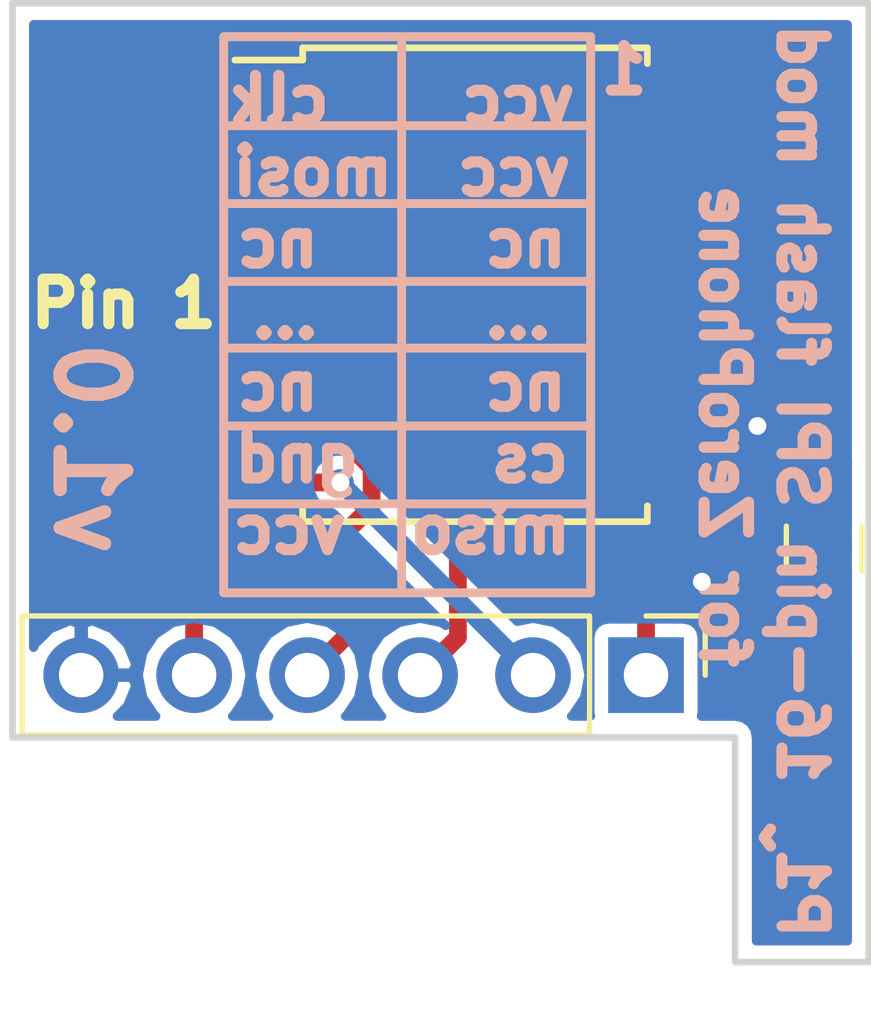
<source format=kicad_pcb>
(kicad_pcb (version 4) (host pcbnew 4.0.6)

  (general
    (links 10)
    (no_connects 8)
    (area 138.99 94.35 161.825 118.200001)
    (thickness 1.6)
    (drawings 29)
    (tracks 43)
    (zones 0)
    (modules 3)
    (nets 7)
  )

  (page A4)
  (layers
    (0 F.Cu signal)
    (31 B.Cu signal)
    (32 B.Adhes user)
    (33 F.Adhes user)
    (34 B.Paste user)
    (35 F.Paste user)
    (36 B.SilkS user hide)
    (37 F.SilkS user hide)
    (38 B.Mask user)
    (39 F.Mask user hide)
    (40 Dwgs.User user)
    (41 Cmts.User user)
    (42 Eco1.User user)
    (43 Eco2.User user hide)
    (44 Edge.Cuts user)
    (45 Margin user)
    (46 B.CrtYd user hide)
    (47 F.CrtYd user hide)
    (48 B.Fab user)
    (49 F.Fab user hide)
  )

  (setup
    (last_trace_width 0.4)
    (user_trace_width 0.4)
    (trace_clearance 0.2)
    (zone_clearance 0.3)
    (zone_45_only no)
    (trace_min 0.2)
    (segment_width 0.2)
    (edge_width 0.15)
    (via_size 0.6)
    (via_drill 0.4)
    (via_min_size 0.4)
    (via_min_drill 0.3)
    (uvia_size 0.3)
    (uvia_drill 0.1)
    (uvias_allowed no)
    (uvia_min_size 0.2)
    (uvia_min_drill 0.1)
    (pcb_text_width 0.3)
    (pcb_text_size 1.5 1.5)
    (mod_edge_width 0.15)
    (mod_text_size 1 1)
    (mod_text_width 0.15)
    (pad_size 1.524 1.524)
    (pad_drill 0.762)
    (pad_to_mask_clearance 0.2)
    (aux_axis_origin 160 95.25)
    (visible_elements 7FFFFFFF)
    (pcbplotparams
      (layerselection 0x010f0_80000001)
      (usegerberextensions true)
      (usegerberattributes true)
      (excludeedgelayer true)
      (linewidth 0.200000)
      (plotframeref false)
      (viasonmask false)
      (mode 1)
      (useauxorigin true)
      (hpglpennumber 1)
      (hpglpenspeed 20)
      (hpglpendiameter 15)
      (hpglpenoverlay 2)
      (psnegative false)
      (psa4output false)
      (plotreference false)
      (plotvalue false)
      (plotinvisibletext false)
      (padsonsilk false)
      (subtractmaskfromsilk false)
      (outputformat 1)
      (mirror false)
      (drillshape 0)
      (scaleselection 1)
      (outputdirectory gerbers/))
  )

  (net 0 "")
  (net 1 +3V3)
  (net 2 GND)
  (net 3 CS)
  (net 4 MISO)
  (net 5 CLK)
  (net 6 MOSI)

  (net_class Default "This is the default net class."
    (clearance 0.2)
    (trace_width 0.25)
    (via_dia 0.6)
    (via_drill 0.4)
    (uvia_dia 0.3)
    (uvia_drill 0.1)
    (add_net +3V3)
    (add_net CLK)
    (add_net CS)
    (add_net GND)
    (add_net MISO)
    (add_net MOSI)
  )

  (module Capacitors_SMD:C_0805_HandSoldering (layer F.Cu) (tedit 59A2E3C7) (tstamp 590E837E)
    (at 159 107.5 270)
    (descr "Capacitor SMD 0805, hand soldering")
    (tags "capacitor 0805")
    (path /590E7763)
    (attr smd)
    (fp_text reference C1 (at 0 -1.75 270) (layer F.SilkS) hide
      (effects (font (size 1 1) (thickness 0.15)))
    )
    (fp_text value C_Small (at 0 1.75 270) (layer F.Fab) hide
      (effects (font (size 1 1) (thickness 0.15)))
    )
    (fp_text user %R (at 0 -1.75 270) (layer F.Fab) hide
      (effects (font (size 1 1) (thickness 0.15)))
    )
    (fp_line (start -1 0.62) (end -1 -0.62) (layer F.Fab) (width 0.1))
    (fp_line (start 1 0.62) (end -1 0.62) (layer F.Fab) (width 0.1))
    (fp_line (start 1 -0.62) (end 1 0.62) (layer F.Fab) (width 0.1))
    (fp_line (start -1 -0.62) (end 1 -0.62) (layer F.Fab) (width 0.1))
    (fp_line (start 0.5 -0.85) (end -0.5 -0.85) (layer F.SilkS) (width 0.12))
    (fp_line (start -0.5 0.85) (end 0.5 0.85) (layer F.SilkS) (width 0.12))
    (fp_line (start -2.25 -0.88) (end 2.25 -0.88) (layer F.CrtYd) (width 0.05))
    (fp_line (start -2.25 -0.88) (end -2.25 0.87) (layer F.CrtYd) (width 0.05))
    (fp_line (start 2.25 0.87) (end 2.25 -0.88) (layer F.CrtYd) (width 0.05))
    (fp_line (start 2.25 0.87) (end -2.25 0.87) (layer F.CrtYd) (width 0.05))
    (pad 1 smd rect (at -1.25 0 270) (size 1.5 1.25) (layers F.Cu F.Paste F.Mask)
      (net 1 +3V3))
    (pad 2 smd rect (at 1.25 0 270) (size 1.5 1.25) (layers F.Cu F.Paste F.Mask)
      (net 2 GND))
    (model Capacitors_SMD.3dshapes/C_0805.wrl
      (at (xyz 0 0 0))
      (scale (xyz 1 1 1))
      (rotate (xyz 0 0 0))
    )
  )

  (module Pin_Headers:Pin_Header_Straight_1x06_Pitch2.54mm (layer F.Cu) (tedit 59A2EA63) (tstamp 590E8394)
    (at 154.995 110.35 270)
    (descr "Through hole straight pin header, 1x06, 2.54mm pitch, single row")
    (tags "Through hole pin header THT 1x06 2.54mm single row")
    (path /590E7860)
    (fp_text reference P2 (at 0 -2.33 270) (layer F.SilkS) hide
      (effects (font (size 1 1) (thickness 0.15)))
    )
    (fp_text value CONN_01X06 (at 0 15.03 270) (layer F.Fab) hide
      (effects (font (size 1 1) (thickness 0.15)))
    )
    (fp_line (start -1.27 -1.27) (end -1.27 13.97) (layer F.Fab) (width 0.1))
    (fp_line (start -1.27 13.97) (end 1.27 13.97) (layer F.Fab) (width 0.1))
    (fp_line (start 1.27 13.97) (end 1.27 -1.27) (layer F.Fab) (width 0.1))
    (fp_line (start 1.27 -1.27) (end -1.27 -1.27) (layer F.Fab) (width 0.1))
    (fp_line (start -1.33 1.27) (end -1.33 14.03) (layer F.SilkS) (width 0.12))
    (fp_line (start -1.33 14.03) (end 1.33 14.03) (layer F.SilkS) (width 0.12))
    (fp_line (start 1.33 14.03) (end 1.33 1.27) (layer F.SilkS) (width 0.12))
    (fp_line (start 1.33 1.27) (end -1.33 1.27) (layer F.SilkS) (width 0.12))
    (fp_line (start -1.33 0) (end -1.33 -1.33) (layer F.SilkS) (width 0.12))
    (fp_line (start -1.33 -1.33) (end 0 -1.33) (layer F.SilkS) (width 0.12))
    (fp_line (start -1.8 -1.8) (end -1.8 14.5) (layer F.CrtYd) (width 0.05))
    (fp_line (start -1.8 14.5) (end 1.8 14.5) (layer F.CrtYd) (width 0.05))
    (fp_line (start 1.8 14.5) (end 1.8 -1.8) (layer F.CrtYd) (width 0.05))
    (fp_line (start 1.8 -1.8) (end -1.8 -1.8) (layer F.CrtYd) (width 0.05))
    (fp_text user %R (at 0 -2.33 270) (layer F.Fab) hide
      (effects (font (size 1 1) (thickness 0.15)))
    )
    (pad 1 thru_hole rect (at 0 0 270) (size 1.7 1.7) (drill 1) (layers *.Cu *.Mask)
      (net 6 MOSI))
    (pad 2 thru_hole oval (at 0 2.54 270) (size 1.7 1.7) (drill 1) (layers *.Cu *.Mask)
      (net 4 MISO))
    (pad 3 thru_hole oval (at 0 5.08 270) (size 1.7 1.7) (drill 1) (layers *.Cu *.Mask)
      (net 5 CLK))
    (pad 4 thru_hole oval (at 0 7.62 270) (size 1.7 1.7) (drill 1) (layers *.Cu *.Mask)
      (net 3 CS))
    (pad 5 thru_hole oval (at 0 10.16 270) (size 1.7 1.7) (drill 1) (layers *.Cu *.Mask)
      (net 1 +3V3))
    (pad 6 thru_hole oval (at 0 12.7 270) (size 1.7 1.7) (drill 1) (layers *.Cu *.Mask)
      (net 2 GND))
    (model Pin_Headers.3dshapes/Pin_Header_Angled_1x06_Pitch2.54mm.wrl
      (at (xyz 0 -0.25 0))
      (scale (xyz 1 1 1))
      (rotate (xyz 0 0 90))
    )
  )

  (module Housings_SOIC:SOIC-16W_7.5x10.3mm_Pitch1.27mm (layer F.Cu) (tedit 59A30BD9) (tstamp 59A304DF)
    (at 151.15 101.575)
    (descr "16-Lead Plastic Small Outline (SO) - Wide, 7.50 mm Body [SOIC] (see Microchip Packaging Specification 00000049BS.pdf)")
    (tags "SOIC 1.27")
    (path /59A3051D)
    (attr smd)
    (fp_text reference U1 (at 0 -6.25) (layer F.SilkS) hide
      (effects (font (size 1 1) (thickness 0.15)))
    )
    (fp_text value MX25LXX0X_EEPROM (at 0 6.25) (layer F.Fab)
      (effects (font (size 1 1) (thickness 0.15)))
    )
    (fp_text user %R (at 0 0) (layer F.Fab)
      (effects (font (size 1 1) (thickness 0.15)))
    )
    (fp_line (start -2.75 -5.15) (end 3.75 -5.15) (layer F.Fab) (width 0.15))
    (fp_line (start 3.75 -5.15) (end 3.75 5.15) (layer F.Fab) (width 0.15))
    (fp_line (start 3.75 5.15) (end -3.75 5.15) (layer F.Fab) (width 0.15))
    (fp_line (start -3.75 5.15) (end -3.75 -4.15) (layer F.Fab) (width 0.15))
    (fp_line (start -3.75 -4.15) (end -2.75 -5.15) (layer F.Fab) (width 0.15))
    (fp_line (start -5.65 -5.5) (end -5.65 5.5) (layer F.CrtYd) (width 0.05))
    (fp_line (start 5.65 -5.5) (end 5.65 5.5) (layer F.CrtYd) (width 0.05))
    (fp_line (start -5.65 -5.5) (end 5.65 -5.5) (layer F.CrtYd) (width 0.05))
    (fp_line (start -5.65 5.5) (end 5.65 5.5) (layer F.CrtYd) (width 0.05))
    (fp_line (start -3.875 -5.325) (end -3.875 -5.05) (layer F.SilkS) (width 0.15))
    (fp_line (start 3.875 -5.325) (end 3.875 -4.97) (layer F.SilkS) (width 0.15))
    (fp_line (start 3.875 5.325) (end 3.875 4.97) (layer F.SilkS) (width 0.15))
    (fp_line (start -3.875 5.325) (end -3.875 4.97) (layer F.SilkS) (width 0.15))
    (fp_line (start -3.875 -5.325) (end 3.875 -5.325) (layer F.SilkS) (width 0.15))
    (fp_line (start -3.875 5.325) (end 3.875 5.325) (layer F.SilkS) (width 0.15))
    (fp_line (start -3.875 -5.05) (end -5.4 -5.05) (layer F.SilkS) (width 0.15))
    (pad 1 smd rect (at -4.65 -4.445) (size 1.5 0.6) (layers F.Cu F.Paste F.Mask)
      (net 1 +3V3))
    (pad 2 smd rect (at -4.65 -3.175) (size 1.5 0.6) (layers F.Cu F.Paste F.Mask)
      (net 1 +3V3))
    (pad 3 smd rect (at -4.65 -1.905) (size 1.5 0.6) (layers F.Cu F.Paste F.Mask))
    (pad 4 smd rect (at -4.65 -0.635) (size 1.5 0.6) (layers F.Cu F.Paste F.Mask))
    (pad 5 smd rect (at -4.65 0.635) (size 1.5 0.6) (layers F.Cu F.Paste F.Mask))
    (pad 6 smd rect (at -4.65 1.905) (size 1.5 0.6) (layers F.Cu F.Paste F.Mask))
    (pad 7 smd rect (at -4.65 3.175) (size 1.5 0.6) (layers F.Cu F.Paste F.Mask)
      (net 3 CS))
    (pad 8 smd rect (at -4.65 4.445) (size 1.5 0.6) (layers F.Cu F.Paste F.Mask)
      (net 4 MISO))
    (pad 9 smd rect (at 4.65 4.445) (size 1.5 0.6) (layers F.Cu F.Paste F.Mask)
      (net 1 +3V3))
    (pad 10 smd rect (at 4.65 3.175) (size 1.5 0.6) (layers F.Cu F.Paste F.Mask)
      (net 2 GND))
    (pad 11 smd rect (at 4.65 1.905) (size 1.5 0.6) (layers F.Cu F.Paste F.Mask))
    (pad 12 smd rect (at 4.65 0.635) (size 1.5 0.6) (layers F.Cu F.Paste F.Mask))
    (pad 13 smd rect (at 4.65 -0.635) (size 1.5 0.6) (layers F.Cu F.Paste F.Mask))
    (pad 14 smd rect (at 4.65 -1.905) (size 1.5 0.6) (layers F.Cu F.Paste F.Mask))
    (pad 15 smd rect (at 4.65 -3.175) (size 1.5 0.6) (layers F.Cu F.Paste F.Mask)
      (net 6 MOSI))
    (pad 16 smd rect (at 4.65 -4.445) (size 1.5 0.6) (layers F.Cu F.Paste F.Mask)
      (net 5 CLK))
    (model ${KISYS3DMOD}/Housings_SOIC.3dshapes/SOIC-16W_7.5x10.3mm_Pitch1.27mm.wrl
      (at (xyz 0 0 0))
      (scale (xyz 1 1 1))
      (rotate (xyz 0 0 0))
    )
  )

  (gr_line (start 149.5 96) (end 149.5 108.5) (layer B.SilkS) (width 0.2))
  (gr_line (start 145.5 98) (end 153.75 98) (layer B.SilkS) (width 0.2))
  (gr_line (start 145.5 99.75) (end 153.75 99.75) (layer B.SilkS) (width 0.2))
  (gr_line (start 153.75 96) (end 153.75 101.5) (layer B.SilkS) (width 0.2))
  (gr_line (start 145.5 96) (end 153.75 96) (layer B.SilkS) (width 0.2))
  (gr_line (start 145.5 101.5) (end 145.5 96) (layer B.SilkS) (width 0.2))
  (gr_text "vcc    clk\nvcc  mosi\nnc     nc\n...     ...\nnc     nc\ncs    gnd\nmiso  vcc" (at 149.5 102.25) (layer B.SilkS)
    (effects (font (size 1 1) (thickness 0.25)) (justify mirror))
  )
  (gr_line (start 140.75 111.75) (end 140.75 95.25) (layer Edge.Cuts) (width 0.15))
  (gr_line (start 160 95.25) (end 160 116.8) (layer Edge.Cuts) (width 0.15))
  (gr_line (start 140.75 95.25) (end 160 95.25) (layer Edge.Cuts) (width 0.15))
  (gr_text 1 (at 154.5 96.75) (layer B.SilkS)
    (effects (font (size 1 1) (thickness 0.25)) (justify mirror))
  )
  (gr_text "Pin 1" (at 143.25 102) (layer F.SilkS)
    (effects (font (size 1 1) (thickness 0.25)))
  )
  (gr_text v1.0 (at 142.5 105.25 270) (layer B.SilkS)
    (effects (font (size 1.5 1.5) (thickness 0.3)) (justify mirror))
  )
  (gr_text ^ (at 158.25 114 90) (layer B.SilkS)
    (effects (font (size 1 1) (thickness 0.25)) (justify mirror))
  )
  (gr_text P1 (at 158.5 115.25 270) (layer B.SilkS)
    (effects (font (size 1 1) (thickness 0.25)) (justify mirror))
  )
  (gr_text "for ZeroPhone" (at 156.75 104.75 270) (layer B.SilkS)
    (effects (font (size 1 1) (thickness 0.25)) (justify mirror))
  )
  (gr_text "16-pin SPI flash mod" (at 158.5 104.25 270) (layer B.SilkS)
    (effects (font (size 1 1) (thickness 0.25)) (justify mirror))
  )
  (gr_line (start 145.5 106.5) (end 153.75 106.5) (layer B.SilkS) (width 0.2))
  (gr_line (start 153.75 104.75) (end 145.5 104.75) (layer B.SilkS) (width 0.2))
  (gr_line (start 145.5 103) (end 153.75 103) (layer B.SilkS) (width 0.2))
  (gr_line (start 145.5 108.5) (end 145.5 101.5) (layer B.SilkS) (width 0.2))
  (gr_line (start 153.75 108.5) (end 145.5 108.5) (layer B.SilkS) (width 0.2))
  (gr_line (start 153.75 101.5) (end 153.75 108.5) (layer B.SilkS) (width 0.2))
  (gr_line (start 145.5 101.5) (end 153.75 101.5) (layer B.SilkS) (width 0.2))
  (gr_line (start 157 115) (end 157 116.8) (layer Edge.Cuts) (width 0.15))
  (gr_line (start 157 116.8) (end 160 116.8) (layer Edge.Cuts) (width 0.15))
  (gr_line (start 157 111.75) (end 157 115) (layer Edge.Cuts) (width 0.15))
  (gr_line (start 156.5 111.75) (end 157 111.75) (layer Edge.Cuts) (width 0.15))
  (gr_line (start 140.75 111.75) (end 156.5 111.75) (layer Edge.Cuts) (width 0.15))

  (segment (start 146.5 97.13) (end 147.65 97.13) (width 0.4) (layer F.Cu) (net 1))
  (segment (start 147.65 97.13) (end 148.53 96.25) (width 0.4) (layer F.Cu) (net 1))
  (segment (start 148.53 96.25) (end 156.690002 96.25) (width 0.4) (layer F.Cu) (net 1))
  (segment (start 156.690002 96.25) (end 159 98.559998) (width 0.4) (layer F.Cu) (net 1))
  (segment (start 159 98.559998) (end 159 106.25) (width 0.4) (layer F.Cu) (net 1))
  (segment (start 157.48 106.02) (end 157.71 106.25) (width 0.4) (layer F.Cu) (net 1))
  (segment (start 157.71 106.25) (end 159 106.25) (width 0.4) (layer F.Cu) (net 1))
  (segment (start 144.835 110.35) (end 144.835 98.915) (width 0.4) (layer F.Cu) (net 1))
  (segment (start 144.835 98.915) (end 145.35 98.4) (width 0.4) (layer F.Cu) (net 1))
  (segment (start 145.35 98.4) (end 146.5 98.4) (width 0.4) (layer F.Cu) (net 1))
  (segment (start 146.5 97.13) (end 146.5 98.4) (width 0.4) (layer F.Cu) (net 1))
  (segment (start 155.8 106.02) (end 157.48 106.02) (width 0.4) (layer F.Cu) (net 1))
  (segment (start 157.48 106.02) (end 157.5 106) (width 0.4) (layer F.Cu) (net 1))
  (segment (start 156.25 108.25) (end 158.5 108.25) (width 0.4) (layer F.Cu) (net 2))
  (segment (start 158.5 108.25) (end 159 108.75) (width 0.4) (layer F.Cu) (net 2))
  (segment (start 156.25 108.25) (end 157.25 108.25) (width 0.4) (layer F.Cu) (net 2))
  (segment (start 157.25 108.25) (end 157.5 108.5) (width 0.4) (layer F.Cu) (net 2))
  (segment (start 157.5 104.75) (end 157.5 107) (width 0.4) (layer B.Cu) (net 2))
  (segment (start 157.5 107) (end 156.25 108.25) (width 0.4) (layer B.Cu) (net 2))
  (via (at 156.25 108.25) (size 0.6) (drill 0.4) (layers F.Cu B.Cu) (net 2))
  (segment (start 155.8 104.75) (end 157.5 104.75) (width 0.4) (layer F.Cu) (net 2))
  (via (at 157.5 104.75) (size 0.6) (drill 0.4) (layers F.Cu B.Cu) (net 2))
  (segment (start 147.375 110.35) (end 148.224999 109.500001) (width 0.4) (layer F.Cu) (net 3))
  (segment (start 148.224999 109.500001) (end 148.224999 107.156001) (width 0.4) (layer F.Cu) (net 3))
  (segment (start 148.224999 107.156001) (end 148.825001 106.555999) (width 0.4) (layer F.Cu) (net 3))
  (segment (start 148.825001 106.555999) (end 148.825001 105.683999) (width 0.4) (layer F.Cu) (net 3))
  (segment (start 148.825001 105.683999) (end 147.891002 104.75) (width 0.4) (layer F.Cu) (net 3))
  (segment (start 147.891002 104.75) (end 147.65 104.75) (width 0.4) (layer F.Cu) (net 3))
  (segment (start 147.65 104.75) (end 146.5 104.75) (width 0.4) (layer F.Cu) (net 3))
  (segment (start 148.125 106.02) (end 148.424999 106.319999) (width 0.4) (layer B.Cu) (net 4))
  (segment (start 148.424999 106.319999) (end 152.455 110.35) (width 0.4) (layer B.Cu) (net 4))
  (via (at 148.125 106.02) (size 0.6) (drill 0.4) (layers F.Cu B.Cu) (net 4))
  (segment (start 146.5 106.02) (end 148.125 106.02) (width 0.4) (layer F.Cu) (net 4))
  (segment (start 150.764999 99.735001) (end 153.37 97.13) (width 0.4) (layer F.Cu) (net 5))
  (segment (start 153.37 97.13) (end 155.8 97.13) (width 0.4) (layer F.Cu) (net 5))
  (segment (start 149.915 110.35) (end 150.764999 109.500001) (width 0.4) (layer F.Cu) (net 5))
  (segment (start 150.764999 109.500001) (end 150.764999 99.735001) (width 0.4) (layer F.Cu) (net 5))
  (segment (start 155.8 98.4) (end 155.299998 98.4) (width 0.4) (layer F.Cu) (net 6))
  (segment (start 155.299998 98.4) (end 154.25 99.449998) (width 0.4) (layer F.Cu) (net 6))
  (segment (start 154.25 99.449998) (end 154.25 108.355) (width 0.4) (layer F.Cu) (net 6))
  (segment (start 154.25 108.355) (end 154.995 109.1) (width 0.4) (layer F.Cu) (net 6))
  (segment (start 154.995 109.1) (end 154.995 110.35) (width 0.4) (layer F.Cu) (net 6))
  (segment (start 154.95 110.305) (end 154.995 110.35) (width 0.4) (layer F.Cu) (net 6))

  (zone (net 2) (net_name GND) (layer F.Cu) (tstamp 0) (hatch edge 0.508)
    (connect_pads (clearance 0.3))
    (min_thickness 0.2)
    (fill yes (arc_segments 16) (thermal_gap 0.3) (thermal_bridge_width 0.3))
    (polygon
      (pts
        (xy 140.75 95.25) (xy 160 95.25) (xy 160 118.2) (xy 140.8 118.2)
      )
    )
    (filled_polygon
      (pts
        (xy 157.285736 106.674264) (xy 157.48039 106.804328) (xy 157.71 106.85) (xy 157.967164 106.85) (xy 157.967164 107)
        (xy 157.995056 107.148231) (xy 158.08266 107.284372) (xy 158.216329 107.375704) (xy 158.375 107.407836) (xy 159.525 107.407836)
        (xy 159.525 107.6) (xy 159.15 107.6) (xy 159.05 107.7) (xy 159.05 108.7) (xy 159.07 108.7)
        (xy 159.07 108.8) (xy 159.05 108.8) (xy 159.05 109.8) (xy 159.15 109.9) (xy 159.525 109.9)
        (xy 159.525 116.325) (xy 157.475 116.325) (xy 157.475 111.75) (xy 157.438843 111.568225) (xy 157.335876 111.414124)
        (xy 157.181775 111.311157) (xy 157 111.275) (xy 156.237648 111.275) (xy 156.252836 111.2) (xy 156.252836 109.5)
        (xy 156.224944 109.351769) (xy 156.13734 109.215628) (xy 156.003671 109.124296) (xy 155.845 109.092164) (xy 155.593441 109.092164)
        (xy 155.555218 108.9) (xy 157.975 108.9) (xy 157.975 109.579565) (xy 158.035896 109.726582) (xy 158.148418 109.839104)
        (xy 158.295435 109.9) (xy 158.85 109.9) (xy 158.95 109.8) (xy 158.95 108.8) (xy 158.075 108.8)
        (xy 157.975 108.9) (xy 155.555218 108.9) (xy 155.549328 108.87039) (xy 155.419264 108.675736) (xy 154.85 108.106472)
        (xy 154.85 107.920435) (xy 157.975 107.920435) (xy 157.975 108.6) (xy 158.075 108.7) (xy 158.95 108.7)
        (xy 158.95 107.7) (xy 158.85 107.6) (xy 158.295435 107.6) (xy 158.148418 107.660896) (xy 158.035896 107.773418)
        (xy 157.975 107.920435) (xy 154.85 107.920435) (xy 154.85 106.667465) (xy 154.891329 106.695704) (xy 155.05 106.727836)
        (xy 156.55 106.727836) (xy 156.698231 106.699944) (xy 156.822468 106.62) (xy 157.231472 106.62)
      )
    )
    (filled_polygon
      (pts
        (xy 148.105736 95.825736) (xy 147.449369 96.482103) (xy 147.408671 96.454296) (xy 147.25 96.422164) (xy 145.75 96.422164)
        (xy 145.601769 96.450056) (xy 145.465628 96.53766) (xy 145.374296 96.671329) (xy 145.342164 96.83) (xy 145.342164 97.43)
        (xy 145.370056 97.578231) (xy 145.45766 97.714372) (xy 145.531838 97.765055) (xy 145.477532 97.8) (xy 145.35 97.8)
        (xy 145.12039 97.845672) (xy 144.925736 97.975736) (xy 144.410736 98.490736) (xy 144.280672 98.68539) (xy 144.235 98.915)
        (xy 144.235 109.251943) (xy 143.951117 109.441628) (xy 143.680151 109.847157) (xy 143.585 110.325511) (xy 143.585 110.374489)
        (xy 143.680151 110.852843) (xy 143.951117 111.258372) (xy 143.976003 111.275) (xy 143.10372 111.275) (xy 143.333826 111.045235)
        (xy 143.520805 110.594772) (xy 143.444004 110.4) (xy 142.345 110.4) (xy 142.345 110.42) (xy 142.245 110.42)
        (xy 142.245 110.4) (xy 142.225 110.4) (xy 142.225 110.3) (xy 142.245 110.3) (xy 142.245 109.201087)
        (xy 142.345 109.201087) (xy 142.345 110.3) (xy 143.444004 110.3) (xy 143.520805 110.105228) (xy 143.333826 109.654765)
        (xy 142.988695 109.310145) (xy 142.539771 109.124199) (xy 142.345 109.201087) (xy 142.245 109.201087) (xy 142.050229 109.124199)
        (xy 141.601305 109.310145) (xy 141.256174 109.654765) (xy 141.225 109.729868) (xy 141.225 95.725) (xy 148.256498 95.725)
      )
    )
    (filled_polygon
      (pts
        (xy 158.4 98.808526) (xy 158.4 105.092164) (xy 158.375 105.092164) (xy 158.226769 105.120056) (xy 158.090628 105.20766)
        (xy 157.999296 105.341329) (xy 157.967164 105.5) (xy 157.967164 105.63994) (xy 157.924264 105.575736) (xy 157.72961 105.445672)
        (xy 157.5 105.4) (xy 157.399453 105.42) (xy 156.819468 105.42) (xy 156.77513 105.389705) (xy 156.776582 105.389104)
        (xy 156.889104 105.276582) (xy 156.95 105.129565) (xy 156.95 104.9) (xy 156.85 104.8) (xy 155.85 104.8)
        (xy 155.85 104.82) (xy 155.75 104.82) (xy 155.75 104.8) (xy 155.73 104.8) (xy 155.73 104.7)
        (xy 155.75 104.7) (xy 155.75 104.68) (xy 155.85 104.68) (xy 155.85 104.7) (xy 156.85 104.7)
        (xy 156.95 104.6) (xy 156.95 104.370435) (xy 156.889104 104.223418) (xy 156.776582 104.110896) (xy 156.775287 104.11036)
        (xy 156.834372 104.07234) (xy 156.925704 103.938671) (xy 156.957836 103.78) (xy 156.957836 103.18) (xy 156.929944 103.031769)
        (xy 156.84234 102.895628) (xy 156.768162 102.844945) (xy 156.834372 102.80234) (xy 156.925704 102.668671) (xy 156.957836 102.51)
        (xy 156.957836 101.91) (xy 156.929944 101.761769) (xy 156.84234 101.625628) (xy 156.768162 101.574945) (xy 156.834372 101.53234)
        (xy 156.925704 101.398671) (xy 156.957836 101.24) (xy 156.957836 100.64) (xy 156.929944 100.491769) (xy 156.84234 100.355628)
        (xy 156.768162 100.304945) (xy 156.834372 100.26234) (xy 156.925704 100.128671) (xy 156.957836 99.97) (xy 156.957836 99.37)
        (xy 156.929944 99.221769) (xy 156.84234 99.085628) (xy 156.768162 99.034945) (xy 156.834372 98.99234) (xy 156.925704 98.858671)
        (xy 156.957836 98.7) (xy 156.957836 98.1) (xy 156.929944 97.951769) (xy 156.84234 97.815628) (xy 156.768162 97.764945)
        (xy 156.834372 97.72234) (xy 156.925704 97.588671) (xy 156.957836 97.43) (xy 156.957836 97.366362)
      )
    )
  )
  (zone (net 2) (net_name GND) (layer B.Cu) (tstamp 0) (hatch edge 0.508)
    (connect_pads (clearance 0.3))
    (min_thickness 0.2)
    (fill yes (arc_segments 16) (thermal_gap 0.3) (thermal_bridge_width 0.3))
    (polygon
      (pts
        (xy 140.75 95.25) (xy 160 95.25) (xy 160 118.2) (xy 140.8 118.2)
      )
    )
    (filled_polygon
      (pts
        (xy 159.525 116.325) (xy 157.475 116.325) (xy 157.475 111.75) (xy 157.438843 111.568225) (xy 157.335876 111.414124)
        (xy 157.181775 111.311157) (xy 157 111.275) (xy 156.237648 111.275) (xy 156.252836 111.2) (xy 156.252836 109.5)
        (xy 156.224944 109.351769) (xy 156.13734 109.215628) (xy 156.003671 109.124296) (xy 155.845 109.092164) (xy 154.145 109.092164)
        (xy 153.996769 109.120056) (xy 153.860628 109.20766) (xy 153.769296 109.341329) (xy 153.737164 109.5) (xy 153.737164 111.2)
        (xy 153.751276 111.275) (xy 153.313997 111.275) (xy 153.338883 111.258372) (xy 153.609849 110.852843) (xy 153.705 110.374489)
        (xy 153.705 110.325511) (xy 153.609849 109.847157) (xy 153.338883 109.441628) (xy 152.933354 109.170662) (xy 152.455 109.075511)
        (xy 152.099711 109.146183) (xy 148.818235 105.864707) (xy 148.718777 105.624) (xy 148.522036 105.426915) (xy 148.26485 105.320122)
        (xy 147.986372 105.319879) (xy 147.729 105.426223) (xy 147.531915 105.622964) (xy 147.425122 105.88015) (xy 147.424879 106.158628)
        (xy 147.531223 106.416) (xy 147.727964 106.613085) (xy 147.970101 106.713629) (xy 150.495156 109.238684) (xy 150.393354 109.170662)
        (xy 149.915 109.075511) (xy 149.436646 109.170662) (xy 149.031117 109.441628) (xy 148.760151 109.847157) (xy 148.665 110.325511)
        (xy 148.665 110.374489) (xy 148.760151 110.852843) (xy 149.031117 111.258372) (xy 149.056003 111.275) (xy 148.233997 111.275)
        (xy 148.258883 111.258372) (xy 148.529849 110.852843) (xy 148.625 110.374489) (xy 148.625 110.325511) (xy 148.529849 109.847157)
        (xy 148.258883 109.441628) (xy 147.853354 109.170662) (xy 147.375 109.075511) (xy 146.896646 109.170662) (xy 146.491117 109.441628)
        (xy 146.220151 109.847157) (xy 146.125 110.325511) (xy 146.125 110.374489) (xy 146.220151 110.852843) (xy 146.491117 111.258372)
        (xy 146.516003 111.275) (xy 145.693997 111.275) (xy 145.718883 111.258372) (xy 145.989849 110.852843) (xy 146.085 110.374489)
        (xy 146.085 110.325511) (xy 145.989849 109.847157) (xy 145.718883 109.441628) (xy 145.313354 109.170662) (xy 144.835 109.075511)
        (xy 144.356646 109.170662) (xy 143.951117 109.441628) (xy 143.680151 109.847157) (xy 143.585 110.325511) (xy 143.585 110.374489)
        (xy 143.680151 110.852843) (xy 143.951117 111.258372) (xy 143.976003 111.275) (xy 143.10372 111.275) (xy 143.333826 111.045235)
        (xy 143.520805 110.594772) (xy 143.444004 110.4) (xy 142.345 110.4) (xy 142.345 110.42) (xy 142.245 110.42)
        (xy 142.245 110.4) (xy 142.225 110.4) (xy 142.225 110.3) (xy 142.245 110.3) (xy 142.245 109.201087)
        (xy 142.345 109.201087) (xy 142.345 110.3) (xy 143.444004 110.3) (xy 143.520805 110.105228) (xy 143.333826 109.654765)
        (xy 142.988695 109.310145) (xy 142.539771 109.124199) (xy 142.345 109.201087) (xy 142.245 109.201087) (xy 142.050229 109.124199)
        (xy 141.601305 109.310145) (xy 141.256174 109.654765) (xy 141.225 109.729868) (xy 141.225 95.725) (xy 159.525 95.725)
      )
    )
  )
)

</source>
